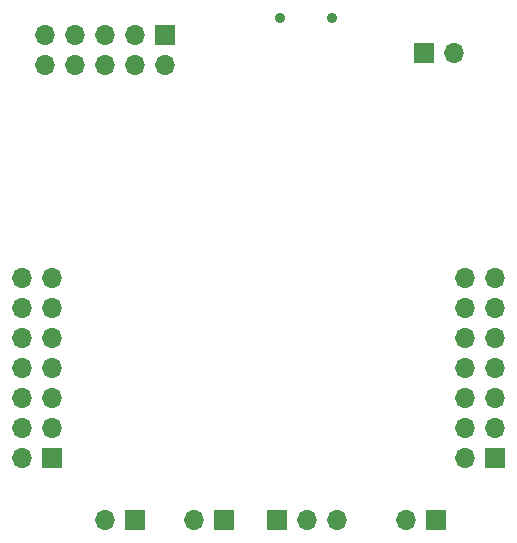
<source format=gbr>
%TF.GenerationSoftware,KiCad,Pcbnew,(5.1.10)-1*%
%TF.CreationDate,2021-07-29T02:28:10+01:00*%
%TF.ProjectId,STM32_MSB,53544d33-325f-44d5-9342-2e6b69636164,rev?*%
%TF.SameCoordinates,Original*%
%TF.FileFunction,Soldermask,Bot*%
%TF.FilePolarity,Negative*%
%FSLAX46Y46*%
G04 Gerber Fmt 4.6, Leading zero omitted, Abs format (unit mm)*
G04 Created by KiCad (PCBNEW (5.1.10)-1) date 2021-07-29 02:28:10*
%MOMM*%
%LPD*%
G01*
G04 APERTURE LIST*
%ADD10C,0.900000*%
%ADD11O,1.700000X1.700000*%
%ADD12R,1.700000X1.700000*%
G04 APERTURE END LIST*
D10*
%TO.C,J1*%
X50200000Y-21500000D03*
X45800000Y-21500000D03*
%TD*%
D11*
%TO.C,J2*%
X61460000Y-43500000D03*
X64000000Y-43500000D03*
X61460000Y-46040000D03*
X64000000Y-46040000D03*
X61460000Y-48580000D03*
X64000000Y-48580000D03*
X61460000Y-51120000D03*
X64000000Y-51120000D03*
X61460000Y-53660000D03*
X64000000Y-53660000D03*
X61460000Y-56200000D03*
X64000000Y-56200000D03*
X61460000Y-58740000D03*
D12*
X64000000Y-58740000D03*
%TD*%
%TO.C,J3*%
X26500000Y-58740000D03*
D11*
X23960000Y-58740000D03*
X26500000Y-56200000D03*
X23960000Y-56200000D03*
X26500000Y-53660000D03*
X23960000Y-53660000D03*
X26500000Y-51120000D03*
X23960000Y-51120000D03*
X26500000Y-48580000D03*
X23960000Y-48580000D03*
X26500000Y-46040000D03*
X23960000Y-46040000D03*
X26500000Y-43500000D03*
X23960000Y-43500000D03*
%TD*%
D12*
%TO.C,J4*%
X41000000Y-64000000D03*
D11*
X38460000Y-64000000D03*
%TD*%
%TO.C,J5*%
X30960000Y-64000000D03*
D12*
X33500000Y-64000000D03*
%TD*%
%TO.C,J6*%
X59000000Y-64000000D03*
D11*
X56460000Y-64000000D03*
%TD*%
D12*
%TO.C,J7*%
X36040000Y-22960000D03*
D11*
X36040000Y-25500000D03*
X33500000Y-22960000D03*
X33500000Y-25500000D03*
X30960000Y-22960000D03*
X30960000Y-25500000D03*
X28420000Y-22960000D03*
X28420000Y-25500000D03*
X25880000Y-22960000D03*
X25880000Y-25500000D03*
%TD*%
D12*
%TO.C,J8*%
X45500000Y-64000000D03*
D11*
X48040000Y-64000000D03*
X50580000Y-64000000D03*
%TD*%
%TO.C,JP1*%
X60540000Y-24500000D03*
D12*
X58000000Y-24500000D03*
%TD*%
M02*

</source>
